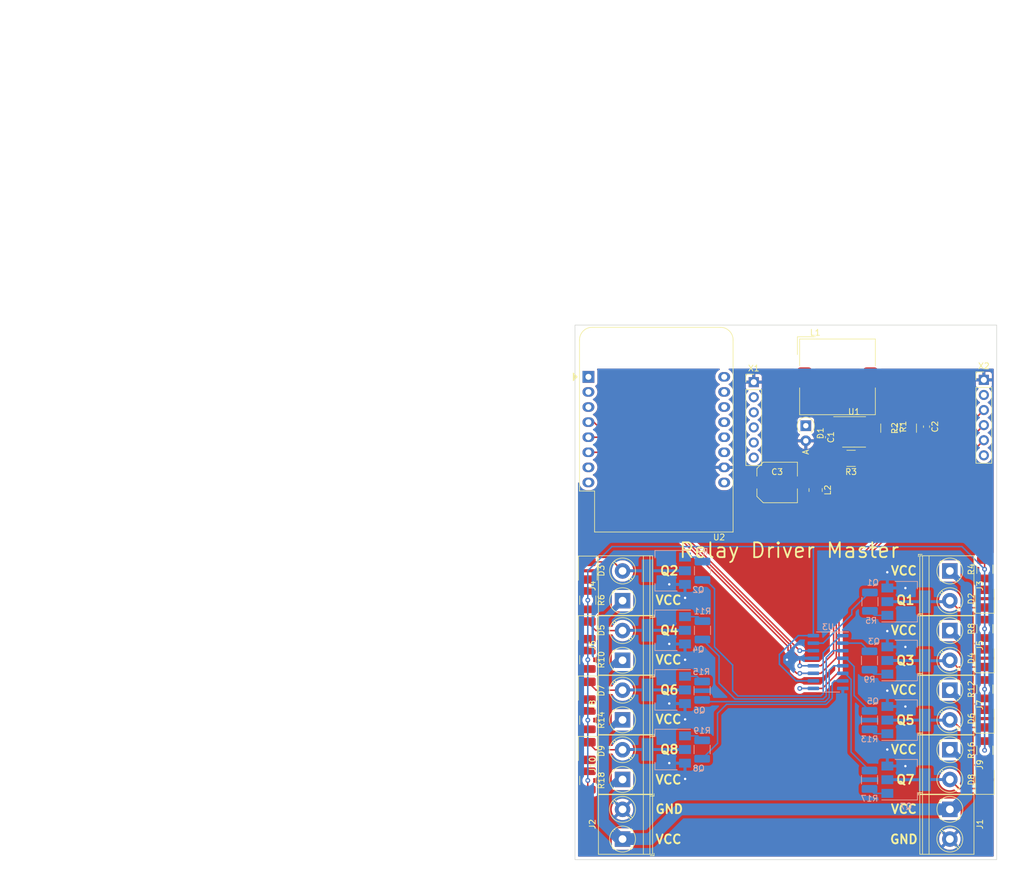
<source format=kicad_pcb>
(kicad_pcb (version 20211014) (generator pcbnew)
  (layers (0 "F.Cu" signal) (31 "B.Cu" signal) (34 "B.Paste" user) (35 "F.Paste" user) (36 "B.SilkS" user "B.Silkscreen") (37 "F.SilkS" user "F.Silkscreen") (38 "B.Mask" user) (39 "F.Mask" user) (44 "Edge.Cuts" user))
  (net 0 "")
  (net 1 "Net-(C1-Pad1)")
  (net 2 "GND")
  (net 3 "Net-(C2-Pad1)")
  (net 4 "+5V")
  (net 5 "Net-(D1-Pad1)")
  (net 6 "/ESP_TXD")
  (net 7 "/ESP_RXD")
  (net 8 "+3.3V")
  (net 9 "/RST")
  (net 10 "/GPIO0")
  (net 11 "VCC")
  (net 12 "/SRCLK")
  (net 13 "/RCLK")
  (net 14 "Net-(Q1-Pad1)")
  (net 15 "Net-(Q2-Pad1)")
  (net 16 "Net-(Q3-Pad1)")
  (net 17 "Net-(Q4-Pad1)")
  (net 18 "Net-(Q5-Pad1)")
  (net 19 "Net-(Q6-Pad1)")
  (net 20 "Net-(Q7-Pad1)")
  (net 21 "Net-(Q8-Pad1)")
  (net 22 "Net-(R1-Pad2)")
  (net 23 "Net-(R2-Pad1)")
  (net 28 "/SER")
  (net 30 "Net-(D2-Pad2)")
  (net 31 "Net-(D3-Pad2)")
  (net 32 "Net-(D4-Pad2)")
  (net 33 "Net-(D5-Pad2)")
  (net 34 "Net-(D6-Pad2)")
  (net 35 "Net-(D7-Pad2)")
  (net 36 "Net-(D8-Pad2)")
  (net 37 "Net-(D9-Pad2)")
  (net 38 "Net-(D2-Pad1)")
  (net 39 "Net-(D3-Pad1)")
  (net 40 "Net-(D4-Pad1)")
  (net 41 "Net-(D5-Pad1)")
  (net 42 "Net-(D6-Pad1)")
  (net 43 "Net-(D7-Pad1)")
  (net 44 "Net-(D8-Pad1)")
  (net 45 "Net-(D9-Pad1)")
  (net 46 "/Q1")
  (net 47 "/Q2")
  (net 48 "/Q3")
  (net 49 "/Q4")
  (net 50 "/Q5")
  (net 51 "/Q6")
  (net 52 "/Q7")
  (net 53 "/Q8")
  (net 54 "/QH")
  (net 55 "/SDA")
  (net 56 "/SCL")
  (footprint "LED_SMD:LED_1210_3225Metric_Pad1.42x2.65mm_HandSolder" (layer "F.Cu") (at 69.00425 -23.749 90)
    (fp_text reference "D6")
    (fp_text value "LED")
  )
  (footprint "LED_SMD:LED_1210_3225Metric_Pad1.42x2.65mm_HandSolder" (layer "F.Cu") (at 2.159 -48.641 -90)
    (fp_text reference "D3")
    (fp_text value "LED")
  )
  (footprint "Connector_PinHeader_2.54mm:PinHeader_1x06_P2.54mm_Vertical" (layer "F.Cu") (at 68.834 -80.772)
    (fp_text reference "X2")
    (fp_text value "Conn_01x06_Male")
  )
  (footprint "TerminalBlock_Phoenix:TerminalBlock_Phoenix_PT-1,5-2-5.0-H_1x02_P5.00mm_Horizontal" (layer "F.Cu") (at 63.111 -18.502 -90)
    (fp_text reference "J9")
    (fp_text value "Conn_01x02")
  )
  (footprint "Resistor_SMD:R_1210_3225Metric_Pad1.30x2.65mm_HandSolder" (layer "F.Cu") (at 52.832 -72.644 90)
    (fp_text reference "R1")
    (fp_text value "0.33R")
  )
  (footprint "LED_SMD:LED_1210_3225Metric_Pad1.42x2.65mm_HandSolder" (layer "F.Cu") (at 2.159 -28.448 -90)
    (fp_text reference "D7")
    (fp_text value "LED")
  )
  (footprint "Resistor_SMD:R_1210_3225Metric_Pad1.30x2.65mm_HandSolder" (layer "F.Cu") (at 46.482 -67.564 180)
    (fp_text reference "R3")
    (fp_text value "1.2k")
  )
  (footprint "TerminalBlock_Phoenix:TerminalBlock_Phoenix_PT-1,5-2-5.0-H_1x02_P5.00mm_Horizontal" (layer "F.Cu") (at 63.111 -28.535 -90)
    (fp_text reference "J7")
    (fp_text value "Conn_01x02")
  )
  (footprint "Capacitor_SMD:C_Elec_6.3x7.7" (layer "F.Cu") (at 34.036 -63.5)
    (fp_text reference "C3")
    (fp_text value "100uf")
  )
  (footprint "Resistor_SMD:R_1210_3225Metric_Pad1.30x2.65mm_HandSolder" (layer "F.Cu") (at 56.134 -72.644 90)
    (fp_text reference "R2")
    (fp_text value "3.6k")
  )
  (footprint "Connector_PinHeader_2.54mm:PinHeader_1x06_P2.54mm_Vertical" (layer "F.Cu") (at 30.099 -80.391)
    (fp_text reference "X1")
    (fp_text value "Conn_01x06_Male")
  )
  (footprint "Resistor_SMD:R_1210_3225Metric_Pad1.30x2.65mm_HandSolder" (layer "F.Cu") (at 2.159 -43.688 -90)
    (fp_text reference "R6")
    (fp_text value "1.2k")
  )
  (footprint "TerminalBlock_Phoenix:TerminalBlock_Phoenix_PT-1,5-2-5.0-H_1x02_P5.00mm_Horizontal" (layer "F.Cu") (at 63.111 -48.601 -90)
    (fp_text reference "J3")
    (fp_text value "Conn_01x02")
  )
  (footprint "Resistor_SMD:R_1210_3225Metric_Pad1.30x2.65mm_HandSolder" (layer "F.Cu") (at 69.00425 -38.862 90)
    (fp_text reference "R8")
    (fp_text value "1.2k")
  )
  (footprint "LED_SMD:LED_1210_3225Metric_Pad1.42x2.65mm_HandSolder" (layer "F.Cu") (at 2.159 -38.608 -90)
    (fp_text reference "D5")
    (fp_text value "LED")
  )
  (footprint "Resistor_SMD:R_1210_3225Metric_Pad1.30x2.65mm_HandSolder" (layer "F.Cu") (at 69.00425 -48.895 90)
    (fp_text reference "R4")
    (fp_text value "1.2k")
  )
  (footprint "Resistor_SMD:R_1210_3225Metric_Pad1.30x2.65mm_HandSolder" (layer "F.Cu") (at 2.159 -33.655 -90)
    (fp_text reference "R10")
    (fp_text value "1.2k")
  )
  (footprint "Inductor_SMD:L_TDK_SLF12565" (layer "F.Cu") (at 44.196 -81.28)
    (fp_text reference "L1")
    (fp_text value "220uH")
  )
  (footprint "TerminalBlock_Phoenix:TerminalBlock_Phoenix_PT-1,5-2-5.0-H_1x02_P5.00mm_Horizontal" (layer "F.Cu") (at 8.009 -13.502 90)
    (fp_text reference "J10")
    (fp_text value "Conn_01x02")
  )
  (footprint "Resistor_SMD:R_1210_3225Metric_Pad1.30x2.65mm_HandSolder" (layer "F.Cu") (at 69.00425 -28.702 90)
    (fp_text reference "R12")
    (fp_text value "1.2k")
  )
  (footprint "TerminalBlock_Phoenix:TerminalBlock_Phoenix_PT-1,5-2-5.0-H_1x02_P5.00mm_Horizontal" (layer "F.Cu") (at 8.009 -33.568 90)
    (fp_text reference "J6")
    (fp_text value "Conn_01x02")
  )
  (footprint "TerminalBlock_Phoenix:TerminalBlock_Phoenix_PT-1,5-2-5.0-H_1x02_P5.00mm_Horizontal" (layer "F.Cu") (at 63.111 -8.469 -90)
    (fp_text reference "J1")
    (fp_text value "Conn_01x02")
  )
  (footprint "LED_SMD:LED_1210_3225Metric_Pad1.42x2.65mm_HandSolder" (layer "F.Cu") (at 2.159 -18.288 -90)
    (fp_text reference "D9")
    (fp_text value "LED")
  )
  (footprint "TerminalBlock_Phoenix:TerminalBlock_Phoenix_PT-1,5-2-5.0-H_1x02_P5.00mm_Horizontal" (layer "F.Cu") (at 63.111 -38.568 -90)
    (fp_text reference "J5")
    (fp_text value "Conn_01x02")
  )
  (footprint "Resistor_SMD:R_1210_3225Metric_Pad1.30x2.65mm_HandSolder" (layer "F.Cu") (at 2.159 -13.335 -90)
    (fp_text reference "R18")
    (fp_text value "1.2k")
  )
  (footprint "Package_SO:SOIC-8_3.9x4.9mm_P1.27mm" (layer "F.Cu") (at 46.99 -72.009)
    (fp_text reference "U1")
    (fp_text value "MC34063AD")
  )
  (footprint "LED_SMD:LED_1210_3225Metric_Pad1.42x2.65mm_HandSolder" (layer "F.Cu") (at 69.00425 -13.462 90)
    (fp_text reference "D8")
    (fp_text value "LED")
  )
  (footprint "Capacitor_SMD:C_0603_1608Metric_Pad1.08x0.95mm_HandSolder" (layer "F.Cu") (at 41.656 -71.12 -90)
    (fp_text reference "C1")
    (fp_text value "470p")
  )
  (footprint "Resistor_SMD:R_1210_3225Metric_Pad1.30x2.65mm_HandSolder" (layer "F.Cu") (at 2.159 -23.495 -90)
    (fp_text reference "R14")
    (fp_text value "1.2k")
  )
  (footprint "LED_SMD:LED_1210_3225Metric_Pad1.42x2.65mm_HandSolder" (layer "F.Cu") (at 69.00425 -43.942 90)
    (fp_text reference "D2")
    (fp_text value "LED")
  )
  (footprint "Module:WEMOS_D1_mini_light" (layer "F.Cu") (at 2.263 -81.28)
    (fp_text reference "U2")
    (fp_text value "WeMos_D1_mini")
  )
  (footprint "Diode_THT:D_A-405_P2.54mm_Vertical_AnodeUp" (layer "F.Cu") (at 38.862 -73.054 -90)
    (fp_text reference "D1")
    (fp_text value "1N5819")
  )
  (footprint "LED_SMD:LED_1210_3225Metric_Pad1.42x2.65mm_HandSolder" (layer "F.Cu") (at 69.00425 -33.909 90)
    (fp_text reference "D4")
    (fp_text value "LED")
  )
  (footprint "Inductor_SMD:L_1008_2520Metric_Pad1.43x2.20mm_HandSolder" (layer "F.Cu") (at 40.513 -62.23 -90)
    (fp_text reference "L2")
    (fp_text value "1uH")
  )
  (footprint "TerminalBlock_Phoenix:TerminalBlock_Phoenix_PT-1,5-2-5.0-H_1x02_P5.00mm_Horizontal" (layer "F.Cu") (at 8.009 -43.601 90)
    (fp_text reference "J4")
    (fp_text value "Conn_01x02")
  )
  (footprint "Resistor_SMD:R_1210_3225Metric_Pad1.30x2.65mm_HandSolder" (layer "F.Cu") (at 69.00425 -18.415 90)
    (fp_text reference "R16")
    (fp_text value "1.2k")
  )
  (footprint "Capacitor_SMD:C_0603_1608Metric_Pad1.08x0.95mm_HandSolder" (layer "F.Cu") (at 59.182 -72.898 -90)
    (fp_text reference "C2")
    (fp_text value "470")
  )
  (footprint "TerminalBlock_Phoenix:TerminalBlock_Phoenix_PT-1,5-2-5.0-H_1x02_P5.00mm_Horizontal" (layer "F.Cu") (at 8.009 -23.535 90)
    (fp_text reference "J8")
    (fp_text value "Conn_01x02")
  )
  (footprint "TerminalBlock_Phoenix:TerminalBlock_Phoenix_PT-1,5-2-5.0-H_1x02_P5.00mm_Horizontal" (layer "F.Cu") (at 8.009 -3.469 90)
    (fp_text reference "J2")
    (fp_text value "Conn_01x02")
  )
  (footprint "Package_TO_SOT_SMD:SOT-223-3_TabPin2" (layer "B.Cu") (at 55.738 -13.462)
    (fp_text reference "Q7")
    (fp_text value "BCP56")
  )
  (footprint "Resistor_SMD:R_1210_3225Metric_Pad1.30x2.65mm_HandSolder" (layer "B.Cu") (at 21.463 -38.608 90)
    (fp_text reference "R11")
    (fp_text value "1.2k")
  )
  (footprint "Resistor_SMD:R_1210_3225Metric_Pad1.30x2.65mm_HandSolder" (layer "B.Cu") (at 21.463 -48.641 90)
    (fp_text reference "R7")
    (fp_text value "1.2k")
  )
  (footprint "Resistor_SMD:R_1210_3225Metric_Pad1.30x2.65mm_HandSolder" (layer "B.Cu") (at 21.407 -18.542 90)
    (fp_text reference "R19")
    (fp_text value "1.2k")
  )
  (footprint "Resistor_SMD:R_1210_3225Metric_Pad1.30x2.65mm_HandSolder" (layer "B.Cu") (at 49.586 -33.528 -90)
    (fp_text reference "R9")
    (fp_text value "1.2k")
  )
  (footprint "Package_TO_SOT_SMD:SOT-223-3_TabPin2" (layer "B.Cu") (at 55.738 -43.434)
    (fp_text reference "Q1")
    (fp_text value "BCP56")
  )
  (footprint "Package_TO_SOT_SMD:SOT-223-3_TabPin2" (layer "B.Cu") (at 15.367 -18.542 180)
    (fp_text reference "Q8")
    (fp_text value "BCP56")
  )
  (footprint "Package_TO_SOT_SMD:SOT-223-3_TabPin2" (layer "B.Cu") (at 15.367 -28.575 180)
    (fp_text reference "Q6")
    (fp_text value "BCP56")
  )
  (footprint "Package_TO_SOT_SMD:SOT-223-3_TabPin2" (layer "B.Cu") (at 15.367 -38.608 180)
    (fp_text reference "Q4")
    (fp_text value "BCP56")
  )
  (footprint "Package_TO_SOT_SMD:SOT-223-3_TabPin2" (layer "B.Cu") (at 55.738 -33.528)
    (fp_text reference "Q3")
    (fp_text value "BCP56")
  )
  (footprint "Resistor_SMD:R_1210_3225Metric_Pad1.30x2.65mm_HandSolder" (layer "B.Cu") (at 49.586 -13.462 -90)
    (fp_text reference "R17")
    (fp_text value "1.2k")
  )
  (footprint "Resistor_SMD:R_1210_3225Metric_Pad1.30x2.65mm_HandSolder" (layer "B.Cu") (at 21.407 -28.448 90)
    (fp_text reference "R15")
    (fp_text value "1.2k")
  )
  (footprint "Resistor_SMD:R_1210_3225Metric_Pad1.30x2.65mm_HandSolder" (layer "B.Cu") (at 49.586 -23.495 -90)
    (fp_text reference "R13")
    (fp_text value "1.2k")
  )
  (footprint "Package_TO_SOT_SMD:SOT-223-3_TabPin2" (layer "B.Cu") (at 15.367 -48.641 180)
    (fp_text reference "Q2")
    (fp_text value "BCP56")
  )
  (footprint "Package_TO_SOT_SMD:SOT-223-3_TabPin2" (layer "B.Cu") (at 55.738 -23.495)
    (fp_text reference "Q5")
    (fp_text value "BCP56")
  )
  (footprint "Package_SO:SOIC-16_3.9x9.9mm_P1.27mm" (layer "B.Cu") (at 42.607 -33.274 180)
    (fp_text reference "U3")
    (fp_text value "74HC595")
  )
  (footprint "Resistor_SMD:R_1210_3225Metric_Pad1.30x2.65mm_HandSolder" (layer "B.Cu") (at 49.657 -43.434 -90)
    (fp_text reference "R5")
    (fp_text value "1.2k")
  )
  (gr_rect (start 0 0) (end 71 -90) (layer "Edge.Cuts") (width 0.1) (fill none))
  (gr_text "Q5" (at 55.626 -23.495) (layer "F.SilkS") (effects (font (size 1.5 1.5) (thickness 0.3))))
  (gr_text "VCC" (at 55.372 -28.575) (layer "F.SilkS") (effects (font (size 1.5 1.5) (thickness 0.3))))
  (gr_text "VCC" (at 15.748 -3.429) (layer "F.SilkS") (effects (font (size 1.5 1.5) (thickness 0.3))))
  (gr_text "VCC" (at 55.372 -38.608) (layer "F.SilkS") (effects (font (size 1.5 1.5) (thickness 0.3))))
  (gr_text "Q1" (at 55.626 -43.688) (layer "F.SilkS") (effects (font (size 1.5 1.5) (thickness 0.3))))
  (gr_text "Q6" (at 15.875 -28.575) (layer "F.SilkS") (effects (font (size 1.5 1.5) (thickness 0.3))))
  (gr_text "Q7" (at 55.626 -13.462) (layer "F.SilkS") (effects (font (size 1.5 1.5) (thickness 0.3))))
  (gr_text "VCC" (at 55.372 -48.641) (layer "F.SilkS") (effects (font (size 1.5 1.5) (thickness 0.3))))
  (gr_text "Q3" (at 55.626 -33.528) (layer "F.SilkS") (effects (font (size 1.5 1.5) (thickness 0.3))))
  (gr_text "VCC" (at 15.748 -33.655) (layer "F.SilkS") (effects (font (size 1.5 1.5) (thickness 0.3))))
  (gr_text "VCC" (at 55.372 -8.509) (layer "F.SilkS") (effects (font (size 1.5 1.5) (thickness 0.3))))
  (gr_text "Q8" (at 15.875 -18.542) (layer "F.SilkS") (effects (font (size 1.5 1.5) (thickness 0.3))))
  (gr_text "VCC" (at 55.372 -18.542) (layer "F.SilkS") (effects (font (size 1.5 1.5) (thickness 0.3))))
  (gr_text "GND" (at 55.372 -3.429) (layer "F.SilkS") (effects (font (size 1.5 1.5) (thickness 0.3))))
  (gr_text "GND" (at 15.875 -8.509) (layer "F.SilkS") (effects (font (size 1.5 1.5) (thickness 0.3))))
  (gr_text "VCC" (at 15.748 -43.688) (layer "F.SilkS") (effects (font (size 1.5 1.5) (thickness 0.3))))
  (gr_text "Q4" (at 15.875 -38.608) (layer "F.SilkS") (effects (font (size 1.5 1.5) (thickness 0.3))))
  (gr_text "Q2" (at 15.875 -48.641) (layer "F.SilkS") (effects (font (size 1.5 1.5) (thickness 0.3))))
  (gr_text "VCC" (at 15.748 -13.462) (layer "F.SilkS") (effects (font (size 1.5 1.5) (thickness 0.3))))
  (gr_text "Relay Driver Master" (at 36.068 -52.07) (layer "F.SilkS") (effects (font (size 2.5 2.5) (thickness 0.3))))
  (gr_text "VCC" (at 15.748 -23.622) (layer "F.SilkS") (effects (font (size 1.5 1.5) (thickness 0.3))))
  (via (at 55.626 -25.781) (size 0.8) (drill 0.4) (layers "F.Cu" "B.Cu") (net 2))
  (via (at 52.578 -28.448) (size 0.8) (drill 0.4) (layers "F.Cu" "B.Cu") (net 2))
  (via (at 18.542 -44.069) (size 0.8) (drill 0.4) (layers "F.Cu" "B.Cu") (net 2))
  (via (at 18.542 -13.589) (size 0.8) (drill 0.4) (layers "F.Cu" "B.Cu") (net 2))
  (via (at 18.542 -33.655) (size 0.8) (drill 0.4) (layers "F.Cu" "B.Cu") (net 2))
  (via (at 52.578 -18.542) (size 0.8) (drill 0.4) (layers "F.Cu" "B.Cu") (net 2))
  (via (at 18.542 -23.622) (size 0.8) (drill 0.4) (layers "F.Cu" "B.Cu") (net 2))
  (via (at 52.578 -48.387) (size 0.8) (drill 0.4) (layers "F.Cu" "B.Cu") (net 2))
  (via (at 55.626 -35.814) (size 0.8) (drill 0.4) (layers "F.Cu" "B.Cu") (net 2))
  (via (at 15.875 -26.289) (size 0.8) (drill 0.4) (layers "F.Cu" "B.Cu") (net 2))
  (via (at 15.875 -16.256) (size 0.8) (drill 0.4) (layers "F.Cu" "B.Cu") (net 2))
  (via (at 55.626 -15.748) (size 0.8) (drill 0.4) (layers "F.Cu" "B.Cu") (net 2))
  (via (at 15.875 -36.322) (size 0.8) (drill 0.4) (layers "F.Cu" "B.Cu") (net 2))
  (via (at 52.578 -38.481) (size 0.8) (drill 0.4) (layers "F.Cu" "B.Cu") (net 2))
  (via (at 55.626 -45.72) (size 0.8) (drill 0.4) (layers "F.Cu" "B.Cu") (net 2))
  (via (at 35.687 -33.655) (size 0.8) (drill 0.4) (layers "F.Cu" "B.Cu") (net 2))
  (via (at 15.875 -46.355) (size 0.8) (drill 0.4) (layers "F.Cu" "B.Cu") (net 2))
  (segment (start 69.00425 -40.412) (end 69.00425 -38.90525) (width 0.254) (layer "F.Cu") (net 4))
  (segment (start 68.961 -50.40175) (end 69.00425 -50.445) (width 0.254) (layer "F.Cu") (net 4))
  (segment (start 69.00425 -19.965) (end 69.00425 -18.45825) (width 0.254) (layer "F.Cu") (net 4))
  (segment (start 69.00425 -38.90525) (end 68.961 -38.862) (width 0.254) (layer "F.Cu") (net 4))
  (segment (start 68.961 -48.895) (end 68.961 -50.40175) (width 0.254) (layer "F.Cu") (net 4))
  (segment (start 2.159 -21.945) (end 2.159 -23.495) (width 0.25) (layer "F.Cu") (net 4))
  (segment (start 2.159 -11.785) (end 2.159 -13.335) (width 0.25) (layer "F.Cu") (net 4))
  (segment (start 2.159 -32.105) (end 2.159 -33.655) (width 0.25) (layer "F.Cu") (net 4))
  (segment (start 69.00425 -30.252) (end 69.00425 -28.74525) (width 0.254) (layer "F.Cu") (net 4))
  (segment (start 69.00425 -18.45825) (end 68.961 -18.415) (width 0.254) (layer "F.Cu") (net 4))
  (segment (start 2.159 -43.688) (end 2.159 -42.138) (width 0.25) (layer "F.Cu") (net 4))
  (segment (start 69.00425 -28.74525) (end 68.961 -28.702) (width 0.254) (layer "F.Cu") (net 4))
  (via (at 2.159 -23.495) (size 0.8) (drill 0.4) (layers "F.Cu" "B.Cu") (net 4))
  (via (at 68.961 -18.415) (size 0.8) (drill 0.4) (layers "F.Cu" "B.Cu") (net 4))
  (via (at 2.159 -33.655) (size 0.8) (drill 0.4) (layers "F.Cu" "B.Cu") (net 4))
  (via (at 2.159 -43.688) (size 0.8) (drill 0.4) (layers "F.Cu" "B.Cu") (net 4))
  (via (at 68.961 -28.702) (size 0.8) (drill 0.4) (layers "F.Cu" "B.Cu") (net 4))
  (via (at 68.961 -48.895) (size 0.8) (drill 0.4) (layers "F.Cu" "B.Cu") (net 4))
  (via (at 68.961 -38.862) (size 0.8) (drill 0.4) (layers "F.Cu" "B.Cu") (net 4))
  (via (at 2.159 -13.335) (size 0.8) (drill 0.4) (layers "F.Cu" "B.Cu") (net 4))
  (segment (start 40.132 -52.705) (end 64.643 -52.705) (width 0.25) (layer "B.Cu") (net 4))
  (segment (start 6.223 -52.705) (end 37.973 -52.705) (width 0.25) (layer "B.Cu") (net 4))
  (segment (start 2.159 -33.655) (end 2.159 -43.688) (width 0.25) (layer "B.Cu") (net 4))
  (segment (start 40.132 -37.719) (end 40.132 -52.705) (width 0.254) (layer "B.Cu") (net 4))
  (segment (start 2.159 -48.641) (end 3.302 -49.784) (width 0.25) (layer "B.Cu") (net 4))
  (segment (start 40.132 -30.099) (end 37.211 -30.099) (width 0.254) (layer "B.Cu") (net 4))
  (segment (start 37.211 -30.099) (end 34.417 -32.893) (width 0.254) (layer "B.Cu") (net 4))
  (segment (start 34.417 -32.893) (end 34.417 -34.544) (width 0.254) (layer "B.Cu") (net 4))
  (segment (start 37.592 -37.719) (end 40.132 -37.719) (width 0.254) (layer "B.Cu") (net 4))
  (segment (start 34.417 -34.544) (end 37.592 -37.719) (width 0.254) (layer "B.Cu") (net 4))
  (segment (start 68.961 -18.415) (end 68.961 -28.702) (width 0.254) (layer "B.Cu") (net 4))
  (segment (start 65.151 -52.705) (end 68.961 -48.895) (width 0.25) (layer "B.Cu") (net 4))
  (segment (start 68.961 -38.862) (end 68.961 -48.895) (width 0.254) (layer "B.Cu") (net 4))
  (segment (start 3.302 -49.784) (end 6.223 -52.705) (width 0.25) (layer "B.Cu") (net 4))
  (segment (start 2.159 -13.335) (end 2.159 -33.655) (width 0.25) (layer "B.Cu") (net 4))
  (segment (start 37.973 -52.705) (end 40.132 -52.705) (width 0.25) (layer "B.Cu") (net 4))
  (segment (start 2.159 -43.688) (end 2.159 -48.641) (width 0.25) (layer "B.Cu") (net 4))
  (segment (start 64.643 -52.705) (end 65.151 -52.705) (width 0.25) (layer "B.Cu") (net 4))
  (segment (start 68.961 -28.702) (end 68.961 -38.862) (width 0.254) (layer "B.Cu") (net 4))
  (segment (start 63.111 -38.568) (end 63.159 -38.568) (width 1) (layer "B.Cu") (net 11))
  (segment (start 8.009 -43.601) (end 4.699 -40.291) (width 1) (layer "B.Cu") (net 11))
  (segment (start 8.009 -33.568) (end 7.152 -33.568) (width 1) (layer "B.Cu") (net 11))
  (segment (start 4.699 -31.115) (end 4.699 -40.291) (width 2) (layer "B.Cu") (net 11))
  (segment (start 4.699 -11.049) (end 4.699 -20.828) (width 2) (layer "B.Cu") (net 11))
  (segment (start 17.613 -8.469) (end 12.613 -3.469) (width 2) (layer "B.Cu") (net 11))
  (segment (start 63.111 -18.502) (end 63.413 -18.502) (width 1) (layer "B.Cu") (net 11))
  (segment (start 7.152 -13.502) (end 4.699 -11.049) (width 1) (layer "B.Cu") (net 11))
  (segment (start 63.111 -8.469) (end 63.714 -8.469) (width 2) (layer "B.Cu") (net 11))
  (segment (start 65.913 -25.781) (end 65.913 -35.814) (width 2) (layer "B.Cu") (net 11))
  (segment (start 12.613 -3.469) (end 8.009 -3.469) (width 2) (layer "B.Cu") (net 11))
  (segment (start 8.009 -13.502) (end 7.152 -13.502) (width 1) (layer "B.Cu") (net 11))
  (segment (start 65.913 -16.002) (end 65.913 -25.781) (width 2) (layer "B.Cu") (net 11))
  (segment (start 7.58 -3.469) (end 4.699 -6.35) (width 2) (layer "B.Cu") (net 11))
  (segment (start 7.406 -23.535) (end 4.699 -20.828) (width 1) (layer "B.Cu") (net 11))
  (segment (start 4.699 -20.828) (end 4.699 -31.115) (width 2) (layer "B.Cu") (net 11))
  (segment (start 65.913 -10.668) (end 65.913 -16.002) (width 2) (layer "B.Cu") (net 11))
  (segment (start 63.714 -8.469) (end 65.913 -10.668) (width 2) (layer "B.Cu") (net 11))
  (segment (start 63.111 -28.535) (end 63.159 -28.535) (width 1) (layer "B.Cu") (net 11))
  (segment (start 4.699 -6.35) (end 4.699 -11.049) (width 2) (layer "B.Cu") (net 11))
  (segment (start 63.159 -28.535) (end 65.913 -25.781) (width 1) (layer "B.Cu") (net 11))
  (segment (start 63.159 -38.568) (end 65.913 -35.814) (width 1) (layer "B.Cu") (net 11))
  (segment (start 8.009 -23.535) (end 7.406 -23.535) (width 1) (layer "B.Cu") (net 11))
  (segment (start 8.009 -3.469) (end 7.58 -3.469) (width 2) (layer "B.Cu") (net 11))
  (segment (start 7.152 -33.568) (end 4.699 -31.115) (width 1) (layer "B.Cu") (net 11))
  (segment (start 63.111 -8.469) (end 17.613 -8.469) (width 2) (layer "B.Cu") (net 11))
  (segment (start 63.413 -18.502) (end 65.913 -16.002) (width 1) (layer "B.Cu") (net 11))
  (segment (start 65.913 -35.814) (end 65.913 -45.799) (width 2) (layer "B.Cu") (net 11))
  (segment (start 63.111 -48.601) (end 65.913 -45.799) (width 1) (layer "B.Cu") (net 11))
  (segment (start 2.263 -68.58) (end 4.915 -68.58) (width 0.254) (layer "F.Cu") (net 12))
  (segment (start 66.802 -69.222052) (end 43.996 -46.416052) (width 0.254) (layer "F.Cu") (net 12))
  (segment (start 43.996 -33.963) (end 41.402 -31.369) (width 0.254) (layer "F.Cu") (net 12))
  (segment (start 8.871 -64.624) (end 8.871 -62.869896) (width 0.254) (layer "F.Cu") (net 12))
  (segment (start 4.915 -68.58) (end 8.871 -64.624) (width 0.254) (layer "F.Cu") (net 12))
  (segment (start 37.338 -31.369) (end 37.846 -31.369) (width 0.254) (layer "F.Cu") (net 12))
  (segment (start 41.402 -31.369) (end 37.846 -31.369) (width 0.254) (layer "F.Cu") (net 12))
  (segment (start 43.996 -46.416052) (end 43.996 -33.963) (width 0.254) (layer "F.Cu") (net 12))
  (segment (start 8.871 -62.869896) (end 35.868 -35.872896) (width 0.254) (layer "F.Cu") (net 12))
  (segment (start 36.83 -34.282948) (end 36.83 -31.877) (width 0.254) (layer "F.Cu") (net 12))
  (segment (start 35.868 -35.872896) (end 35.868 -35.244947) (width 0.254) (layer "F.Cu") (net 12))
  (segment (start 66.802 -71.12) (end 66.802 -69.222052) (width 0.254) (layer "F.Cu") (net 12))
  (segment (start 35.868 -35.244947) (end 36.83 -34.282948) (width 0.254) (layer "F.Cu") (net 12))
  (segment (start 68.834 -73.152) (end 66.802 -71.12) (width 0.254) (layer "F.Cu") (net 12))
  (segment (start 36.83 -31.877) (end 37.338 -31.369) (width 0.254) (layer "F.Cu") (net 12))
  (via (at 37.846 -31.369) (size 0.8) (drill 0.4) (layers "F.Cu" "B.Cu") (net 12))
  (segment (start 40.132 -31.369) (end 37.846 -31.369) (width 0.254) (layer "B.Cu") (net 12))
  (segment (start 37.846 -32.639) (end 37.846 -33.909) (width 0.254) (layer "F.Cu") (net 13))
  (segment (start 4.372 -71.12) (end 2.263 -71.12) (width 0.254) (layer "F.Cu") (net 13))
  (segment (start 43.542 -34.779) (end 41.402 -32.639) (width 0.254) (layer "F.Cu") (net 13))
  (segment (start 66.348 -73.206) (end 66.348 -69.410104) (width 0.254) (layer "F.Cu") (net 13))
  (segment (start 43.542 -46.604105) (end 43.542 -34.779) (width 0.254) (layer "F.Cu") (net 13))
  (segment (start 36.322 -36.060948) (end 9.325 -63.057948) (width 0.254) (layer "F.Cu") (net 13))
  (segment (start 68.834 -75.692) (end 66.348 -73.206) (width 0.254) (layer "F.Cu") (net 13))
  (segment (start 9.325 -63.057948) (end 9.325 -66.167) (width 0.254) (layer "F.Cu") (net 13))
  (segment (start 36.322 -35.433) (end 36.322 -36.060948) (width 0.254) (layer "F.Cu") (net 13))
  (segment (start 9.325 -66.167) (end 4.372 -71.12) (width 0.254) (layer "F.Cu") (net 13))
  (segment (start 66.348 -69.410104) (end 43.542 -46.604105) (width 0.254) (layer "F.Cu") (net 13))
  (segment (start 37.846 -33.909) (end 36.322 -35.433) (width 0.254) (layer "F.Cu") (net 13))
  (segment (start 41.402 -32.639) (end 37.846 -32.639) (width 0.254) (layer "F.Cu") (net 13))
  (via (at 37.846 -32.639) (size 0.8) (drill 0.4) (layers "F.Cu" "B.Cu") (net 13))
  (segment (start 40.132 -32.639) (end 37.846 -32.639) (width 0.254) (layer "B.Cu") (net 13))
  (segment (start 50.407 -41.134) (end 52.588 -41.134) (width 0.25) (layer "B.Cu") (net 14))
  (segment (start 49.657 -41.884) (end 50.407 -41.134) (width 0.25) (layer "B.Cu") (net 14))
  (segment (start 20.713 -50.941) (end 18.517 -50.941) (width 0.25) (layer "B.Cu") (net 15))
  (segment (start 21.463 -50.191) (end 20.713 -50.941) (width 0.25) (layer "B.Cu") (net 15))
  (segment (start 50.336 -31.228) (end 52.588 -31.228) (width 0.25) (layer "B.Cu") (net 16))
  (segment (start 49.586 -31.978) (end 50.336 -31.228) (width 0.25) (layer "B.Cu") (net 16))
  (segment (start 20.713 -40.908) (end 18.517 -40.908) (width 0.25) (layer "B.Cu") (net 17))
  (segment (start 21.463 -40.158) (end 20.713 -40.908) (width 0.25) (layer "B.Cu") (net 17))
  (segment (start 49.586 -21.945) (end 50.336 -21.195) (width 0.25) (layer "B.Cu") (net 18))
  (segment (start 50.336 -21.195) (end 52.588 -21.195) (width 0.25) (layer "B.Cu") (net 18))
  (segment (start 20.53 -30.875) (end 18.517 -30.875) (width 0.25) (layer "B.Cu") (net 19))
  (segment (start 21.407 -29.998) (end 20.53 -30.875) (width 0.25) (layer "B.Cu") (net 19))
  (segment (start 50.336 -11.162) (end 52.588 -11.162) (width 0.25) (layer "B.Cu") (net 20))
  (segment (start 49.586 -11.912) (end 50.336 -11.162) (width 0.25) (layer "B.Cu") (net 20))
  (segment (start 20.657 -20.842) (end 18.517 -20.842) (width 0.25) (layer "B.Cu") (net 21))
  (segment (start 21.407 -20.092) (end 20.657 -20.842) (width 0.25) (layer "B.Cu") (net 21))
  (segment (start 9.779 -63.246) (end 37.846 -35.179) (width 0.254) (layer "F.Cu") (net 28))
  (segment (start 2.263 -73.66) (end 3.175 -73.66) (width 0.254) (layer "F.Cu") (net 28))
  (segment (start 9.779 -67.056) (end 9.779 -63.246) (width 0.254) (layer "F.Cu") (net 28))
  (segment (start 3.175 -73.66) (end 9.779 -67.056) (width 0.254) (layer "F.Cu") (net 28))
  (via (at 37.846 -35.179) (size 0.8) (drill 0.4) (layers "F.Cu" "B.Cu") (net 28))
  (segment (start 40.132 -35.179) (end 37.846 -35.179) (width 0.254) (layer "B.Cu") (net 28))
  (segment (start 69.00425 -45.4295) (end 69.00425 -47.345) (width 0.254) (layer "F.Cu") (net 30))
  (segment (start 2.159 -45.238) (end 2.159 -47.1535) (width 0.25) (layer "F.Cu") (net 31))
  (segment (start 69.00425 -35.3965) (end 69.00425 -37.312) (width 0.254) (layer "F.Cu") (net 32))
  (segment (start 2.119 -35.0745) (end 2.119 -36.99) (width 0.25) (layer "F.Cu") (net 33))
  (segment (start 69.00425 -25.2365) (end 69.00425 -27.152) (width 0.254) (layer "F.Cu") (net 34))
  (segment (start 2.159 -25.045) (end 2.159 -26.9605) (width 0.25) (layer "F.Cu") (net 35))
  (segment (start 69.00425 -14.9495) (end 69.00425 -16.865) (width 0.254) (layer "F.Cu") (net 36))
  (segment (start 2.159 -14.885) (end 2.159 -16.8005) (width 0.25) (layer "F.Cu") (net 37))
  (segment (start 68.96775 -42.418) (end 64.294 -42.418) (width 0.254) (layer "F.Cu") (net 38))
  (segment (start 69.00425 -42.4545) (end 68.96775 -42.418) (width 0.254) (layer "F.Cu") (net 38))
  (segment (start 64.294 -42.418) (end 63.111 -43.601) (width 0.254) (layer "F.Cu") (net 38))
  (segment (start 52.588 -43.434) (end 58.888 -43.434) (width 0.5) (layer "B.Cu") (net 38))
  (segment (start 62.788 -43.434) (end 62.842 -43.488) (width 0.5) (layer "B.Cu") (net 38))
  (segment (start 58.888 -43.434) (end 62.788 -43.434) (width 0.5) (layer "B.Cu") (net 38))
  (segment (start 2.159 -50.1285) (end 6.4815 -50.1285) (width 0.25) (layer "F.Cu") (net 39))
  (segment (start 6.4815 -50.1285) (end 8.009 -48.601) (width 0.25) (layer "F.Cu") (net 39))
  (segment (start 12.217 -48.641) (end 8.049 -48.641) (width 0.5) (layer "B.Cu") (net 39))
  (segment (start 12.217 -48.641) (end 18.517 -48.641) (width 0.5) (layer "B.Cu") (net 39))
  (segment (start 8.049 -48.641) (end 8.009 -48.601) (width 0.5) (layer "B.Cu") (net 39))
  (segment (start 12.21 -48.648) (end 12.217 -48.641) (width 0.5) (layer "B.Cu") (net 39))
  (segment (start 63.206 -33.568) (end 63.111 -33.568) (width 0.254) (layer "F.Cu") (net 40))
  (segment (start 64.3525 -32.4215) (end 63.206 -33.568) (width 0.254) (layer "F.Cu") (net 40))
  (segment (start 69.00425 -32.4215) (end 64.3525 -32.4215) (width 0.254) (layer "F.Cu") (net 40))
  (segment (start 62.842 -33.488) (end 58.928 -33.488) (width 0.5) (layer "B.Cu") (net 40))
  (segment (start 58.888 -33.528) (end 52.588 -33.528) (width 0.5) (layer "B.Cu") (net 40))
  (segment (start 58.928 -33.488) (end 58.888 -33.528) (width 0.5) (layer "B.Cu") (net 40))
  (segment (start 2.159 -40.005) (end 2.119 -39.965) (width 0.25) (layer "F.Cu") (net 41))
  (segment (start 3.516 -38.568) (end 8.009 -38.568) (width 0.25) (layer "F.Cu") (net 41))
  (segment (start 2.119 -39.965) (end 3.516 -38.568) (width 0.25) (layer "F.Cu") (net 41))
  (segment (start 12.177 -38.648) (end 12.217 -38.608) (width 0.5) (layer "B.Cu") (net 41))
  (segment (start 8.049 -38.608) (end 8.009 -38.568) (width 0.5) (layer "B.Cu") (net 41))
  (segment (start 12.217 -38.608) (end 8.049 -38.608) (width 0.5) (layer "B.Cu") (net 41))
  (segment (start 12.217 -38.608) (end 18.517 -38.608) (width 0.5) (layer "B.Cu") (net 41))
  (segment (start 69.00425 -22.2615) (end 64.7335 -22.2615) (width 0.254) (layer "F.Cu") (net 42))
  (segment (start 64.7335 -22.2615) (end 63.46 -23.535) (width 0.254) (layer "F.Cu") (net 42))
  (segment (start 63.46 -23.535) (end 63.111 -23.535) (width 0.254) (layer "F.Cu") (net 42))
  (segment (start 58.895 -23.488) (end 58.888 -23.495) (width 0.5) (layer "B.Cu") (net 42))
  (segment (start 58.888 -23.495) (end 52.588 -23.495) (width 0.5) (layer "B.Cu") (net 42))
  (segment (start 62.842 -23.488) (end 58.895 -23.488) (width 0.5) (layer "B.Cu") (net 42))
  (segment (start 3.5595 -28.535) (end 8.009 -28.535) (width 0.25) (layer "F.Cu") (net 43))
  (segment (start 2.159 -29.9355) (end 3.5595 -28.535) (width 0.25) (layer "F.Cu") (net 43))
  (segment (start 1.851 -30.2435) (end 2.159 -29.9355) (width 0.25) (layer "F.Cu") (net 43))
  (segment (start 12.217 -28.575) (end 18.517 -28.575) (width 0.5) (layer "B.Cu") (net 43))
  (segment (start 12.217 -28.575) (end 8.049 -28.575) (width 0.5) (layer "B.Cu") (net 43))
  (segment (start 8.049 -28.575) (end 8.009 -28.535) (width 0.5) (layer "B.Cu") (net 43))
  (segment (start 12.144 -28.648) (end 12.217 -28.575) (width 0.5) (layer "B.Cu") (net 43))
  (segment (start 69.00425 -11.9745) (end 64.6385 -11.9745) (width 0.254) (layer "F.Cu") (net 44))
  (segment (start 64.6385 -11.9745) (end 63.111 -13.502) (width 0.254) (layer "F.Cu") (net 44))
  (segment (start 62.842 -13.488) (end 58.914 -13.488) (width 0.5) (layer "B.Cu") (net 44))
  (segment (start 58.888 -13.462) (end 52.588 -13.462) (width 0.5) (layer "B.Cu") (net 44))
  (segment (start 58.914 -13.488) (end 58.888 -13.462) (width 0.5) (layer "B.Cu") (net 44))
  (segment (start 3.4325 -18.502) (end 8.009 -18.502) (width 0.25) (layer "F.Cu") (net 45))
  (segment (start 2.159 -19.7755) (end 3.4325 -18.502) (width 0.25) (layer "F.Cu") (net 45))
  (segment (start 2.011 -19.9235) (end 2.159 -19.7755) (width 0.25) (layer "F.Cu") (net 45))
  (segment (start 12.217 -18.542) (end 8.049 -18.542) (width 0.5) (layer "B.Cu") (net 45))
  (segment (start 8.049 -18.542) (end 8.009 -18.502) (width 0.5) (layer "B.Cu") (net 45))
  (segment (start 12.217 -18.542) (end 18.517 -18.542) (width 0.5) (layer "B.Cu") (net 45))
  (segment (start 12.196 -18.521) (end 12.217 -18.542) (width 0.5) (layer "B.Cu") (net 45))
  (segment (start 41.783 -36.449) (end 46.609 -41.275) (width 0.25) (layer "B.Cu") (net 46))
  (segment (start 46.609 -42.037) (end 49.556 -44.984) (width 0.25) (layer "B.Cu") (net 46))
  (segment (start 40.132 -36.449) (end 41.783 -36.449) (width 0.25) (layer "B.Cu") (net 46))
  (segment (start 46.609 -41.275) (end 46.609 -42.037) (width 0.25) (layer "B.Cu") (net 46))
  (segment (start 49.556 -44.984) (end 49.657 -44.984) (width 0.25) (layer "B.Cu") (net 46))
  (segment (start 21.463 -47.091) (end 21.997 -47.091) (width 0.25) (layer "B.Cu") (net 47))
  (segment (start 21.997 -47.091) (end 23.495 -45.593) (width 0.25) (layer "B.Cu") (net 47))
  (segment (start 44.705249 -37.719) (end 45.082 -37.719) (width 0.25) (layer "B.Cu") (net 47))
  (segment (start 26.543 -28.448) (end 27.432 -27.559) (width 0.25) (layer "B.Cu") (net 47))
  (segment (start 26.543 -32.766) (end 26.543 -28.448) (width 0.25) (layer "B.Cu") (net 47))
  (segment (start 41.402 -27.559) (end 41.783 -27.94) (width 0.25) (layer "B.Cu") (net 47))
  (segment (start 41.783 -27.94) (end 41.783 -34.796751) (width 0.25) (layer "B.Cu") (net 47))
  (segment (start 41.783 -34.796751) (end 44.705249 -37.719) (width 0.25) (layer "B.Cu") (net 47))
  (segment (start 23.495 -35.814) (end 26.543 -32.766) (width 0.25) (layer "B.Cu") (net 47))
  (segment (start 27.432 -27.559) (end 41.402 -27.559) (width 0.25) (layer "B.Cu") (net 47))
  (segment (start 23.495 -45.593) (end 23.495 -35.814) (width 0.25) (layer "B.Cu") (net 47))
  (segment (start 48.215 -36.449) (end 45.082 -36.449) (width 0.25) (layer "B.Cu") (net 48))
  (segment (start 49.586 -35.078) (end 48.215 -36.449) (width 0.25) (layer "B.Cu") (net 48))
  (segment (start 24.257 -34.264) (end 24.257 -29.718) (width 0.25) (layer "B.Cu") (net 49))
  (segment (start 43.434 -35.179) (end 45.082 -35.179) (width 0.25) (layer "B.Cu") (net 49))
  (segment (start 24.257 -29.718) (end 26.924 -27.051) (width 0.25) (layer "B.Cu") (net 49))
  (segment (start 26.924 -27.051) (end 41.783 -27.051) (width 0.25) (layer "B.Cu") (net 49))
  (segment (start 21.463 -37.058) (end 24.257 -34.264) (width 0.25) (layer "B.Cu") (net 49))
  (segment (start 41.783 -27.051) (end 42.291 -27.559) (width 0.25) (layer "B.Cu") (net 49))
  (segment (start 42.291 -34.036) (end 43.434 -35.179) (width 0.25) (layer "B.Cu") (net 49))
  (segment (start 42.291 -27.559) (end 42.291 -34.036) (width 0.25) (layer "B.Cu") (net 49))
  (segment (start 49.586 -25.045) (end 46.99 -27.641) (width 0.25) (layer "B.Cu") (net 50))
  (segment (start 45.593 -33.909) (end 45.082 -33.909) (width 0.25) (layer "B.Cu") (net 50))
  (segment (start 46.99 -27.641) (end 46.99 -32.512) (width 0.25) (layer "B.Cu") (net 50))
  (segment (start 46.99 -32.512) (end 45.593 -33.909) (width 0.25) (layer "B.Cu") (net 50))
  (segment (start 42.799 -27.306396) (end 42.093604 -26.601) (width 0.25) (layer "B.Cu") (net 51))
  (segment (start 43.561 -32.639) (end 42.799 -31.877) (width 0.25) (layer "B.Cu") (net 51))
  (segment (start 42.093604 -26.601) (end 21.704 -26.601) (width 0.25) (layer "B.Cu") (net 51))
  (segment (start 21.704 -26.601) (end 21.407 -26.898) (width 0.25) (layer "B.Cu") (net 51))
  (segment (start 42.799 -31.877) (end 42.799 -27.306396) (width 0.25) (layer "B.Cu") (net 51))
  (segment (start 45.082 -32.639) (end 43.561 -32.639) (width 0.25) (layer "B.Cu") (net 51))
  (segment (start 49.586 -15.012) (end 46.482 -18.116) (width 0.25) (layer "B.Cu") (net 52))
  (segment (start 45.458751 -31.369) (end 45.082 -31.369) (width 0.25) (layer "B.Cu") (net 52))
  (segment (start 46.482 -30.345751) (end 45.458751 -31.369) (width 0.25) (layer "B.Cu") (net 52))
  (segment (start 46.482 -18.116) (end 46.482 -30.345751) (width 0.25) (layer "B.Cu") (net 52))
  (segment (start 43.688 -30.099) (end 45.082 -30.099) (width 0.25) (layer "B.Cu") (net 53))
  (segment (start 25.516 -26.151) (end 42.28 -26.151) (width 0.25) (layer "B.Cu") (net 53))
  (segment (start 24.003 -19.588) (end 24.003 -24.638) (width 0.25) (layer "B.Cu") (net 53))
  (segment (start 43.307 -27.178) (end 43.307 -29.718) (width 0.25) (layer "B.Cu") (net 53))
  (segment (start 43.307 -29.718) (end 43.688 -30.099) (width 0.25) (layer "B.Cu") (net 53))
  (segment (start 24.003 -24.638) (end 25.516 -26.151) (width 0.25) (layer "B.Cu") (net 53))
  (segment (start 21.407 -16.992) (end 24.003 -19.588) (width 0.25) (layer "B.Cu") (net 53))
  (segment (start 42.28 -26.151) (end 43.307 -27.178) (width 0.25) (layer "B.Cu") (net 53))
  (segment (start 44.45 -31.623) (end 41.656 -28.829) (width 0.254) (layer "F.Cu") (net 54))
  (segment (start 68.834 -70.612) (end 44.45 -46.228) (width 0.254) (layer "F.Cu") (net 54))
  (segment (start 44.45 -46.228) (end 44.45 -31.623) (width 0.254) (layer "F.Cu") (net 54))
  (segment (start 41.656 -28.829) (end 37.846 -28.829) (width 0.254) (layer "F.Cu") (net 54))
  (via (at 37.846 -28.829) (size 0.8) (drill 0.4) (layers "F.Cu" "B.Cu") (net 54))
  (segment (start 40.132 -28.829) (end 37.846 -28.829) (width 0.254) (layer "B.Cu") (net 54))
  (zone locked (net 2) (net_name "GND") (layers F&B.Cu) (connect_pads (clearance 0.508)) (min_thickness 0.254) (fill yes (thermal_gap 0.508) (thermal_bridge_width 0.508))
    (polygon (pts (xy 74.676 2.921) (xy -3.302 2.921) (xy -3.302 -91.186) (xy 74.676 -91.186)))
  )
  (zone (net 0) (net_name "") (layers F&B.Cu) (connect_pads (clearance 0)) (min_thickness 0.254)
    (keepout (tracks allowed) (vias allowed) (pads allowed) (copperpour not_allowed) (footprints allowed))
    (fill (thermal_gap 0.508) (thermal_bridge_width 0.508))
    (polygon (pts (xy 70.993 -82.677) (xy 0 -82.677) (xy 0 -90.043) (xy 70.993 -90.043)))
  )
)
</source>
